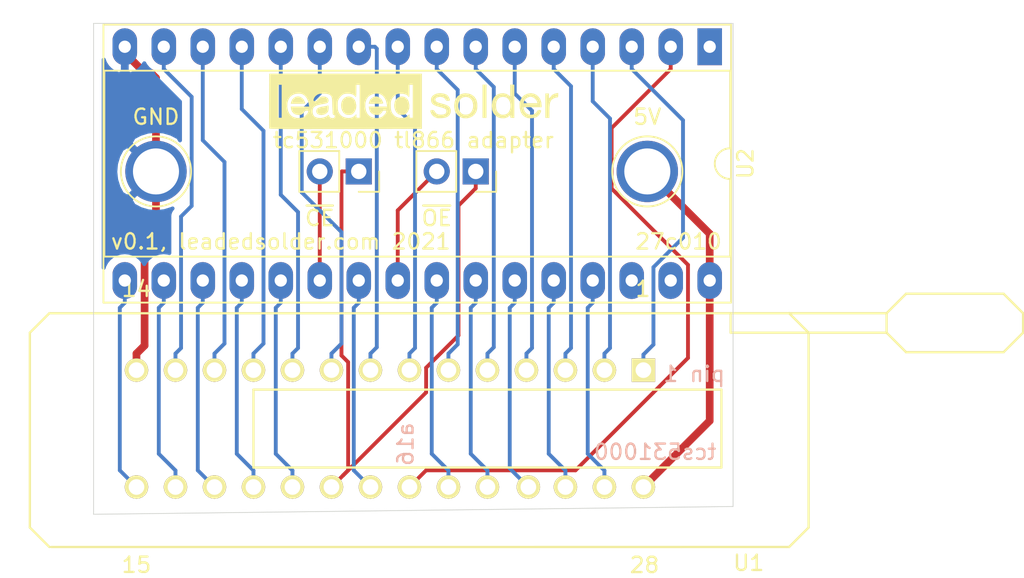
<source format=kicad_pcb>
(kicad_pcb (version 20171130) (host pcbnew "(5.1.5-0-10_14)")

  (general
    (thickness 1.6)
    (drawings 14)
    (tracks 160)
    (zones 0)
    (modules 7)
    (nets 33)
  )

  (page A4)
  (layers
    (0 F.Cu signal)
    (31 B.Cu signal)
    (32 B.Adhes user)
    (33 F.Adhes user)
    (34 B.Paste user)
    (35 F.Paste user)
    (36 B.SilkS user)
    (37 F.SilkS user)
    (38 B.Mask user)
    (39 F.Mask user)
    (40 Dwgs.User user)
    (41 Cmts.User user)
    (42 Eco1.User user)
    (43 Eco2.User user)
    (44 Edge.Cuts user)
    (45 Margin user)
    (46 B.CrtYd user)
    (47 F.CrtYd user)
    (48 B.Fab user)
    (49 F.Fab user hide)
  )

  (setup
    (last_trace_width 0.25)
    (user_trace_width 0.5)
    (trace_clearance 0.2)
    (zone_clearance 0.508)
    (zone_45_only no)
    (trace_min 0.2)
    (via_size 0.8)
    (via_drill 0.4)
    (via_min_size 0.4)
    (via_min_drill 0.3)
    (uvia_size 0.3)
    (uvia_drill 0.1)
    (uvias_allowed no)
    (uvia_min_size 0.2)
    (uvia_min_drill 0.1)
    (edge_width 0.05)
    (segment_width 0.2)
    (pcb_text_width 0.3)
    (pcb_text_size 1.5 1.5)
    (mod_edge_width 0.12)
    (mod_text_size 1 1)
    (mod_text_width 0.15)
    (pad_size 1.524 1.524)
    (pad_drill 0.762)
    (pad_to_mask_clearance 0.051)
    (solder_mask_min_width 0.25)
    (aux_axis_origin 0 0)
    (visible_elements FFFFFF7F)
    (pcbplotparams
      (layerselection 0x010fc_ffffffff)
      (usegerberextensions false)
      (usegerberattributes false)
      (usegerberadvancedattributes false)
      (creategerberjobfile false)
      (excludeedgelayer true)
      (linewidth 0.100000)
      (plotframeref false)
      (viasonmask false)
      (mode 1)
      (useauxorigin false)
      (hpglpennumber 1)
      (hpglpenspeed 20)
      (hpglpendiameter 15.000000)
      (psnegative false)
      (psa4output false)
      (plotreference true)
      (plotvalue true)
      (plotinvisibletext false)
      (padsonsilk false)
      (subtractmaskfromsilk false)
      (outputformat 1)
      (mirror false)
      (drillshape 0)
      (scaleselection 1)
      (outputdirectory "plot"))
  )

  (net 0 "")
  (net 1 "Net-(U1-Pad27)")
  (net 2 "Net-(U1-Pad26)")
  (net 3 "Net-(U1-Pad25)")
  (net 4 "Net-(U1-Pad24)")
  (net 5 "Net-(U1-Pad23)")
  (net 6 "Net-(U1-Pad21)")
  (net 7 "Net-(U1-Pad19)")
  (net 8 "Net-(U1-Pad18)")
  (net 9 "Net-(U1-Pad17)")
  (net 10 "Net-(U1-Pad16)")
  (net 11 "Net-(U1-Pad15)")
  (net 12 "Net-(U1-Pad13)")
  (net 13 "Net-(U1-Pad12)")
  (net 14 "Net-(U1-Pad11)")
  (net 15 "Net-(U1-Pad10)")
  (net 16 "Net-(U1-Pad9)")
  (net 17 "Net-(U1-Pad8)")
  (net 18 "Net-(U1-Pad7)")
  (net 19 "Net-(U1-Pad6)")
  (net 20 "Net-(U1-Pad5)")
  (net 21 "Net-(U1-Pad4)")
  (net 22 "Net-(U1-Pad3)")
  (net 23 "Net-(U1-Pad2)")
  (net 24 "Net-(U1-Pad1)")
  (net 25 "Net-(U2-Pad31)")
  (net 26 "Net-(U2-Pad1)")
  (net 27 /~CE)
  (net 28 /~OE)
  (net 29 /5V)
  (net 30 /GND)
  (net 31 /~TOSHIBA_CE)
  (net 32 /a16)

  (net_class Default "This is the default net class."
    (clearance 0.2)
    (trace_width 0.25)
    (via_dia 0.8)
    (via_drill 0.4)
    (uvia_dia 0.3)
    (uvia_drill 0.1)
    (add_net /5V)
    (add_net /GND)
    (add_net /a16)
    (add_net /~CE)
    (add_net /~OE)
    (add_net /~TOSHIBA_CE)
    (add_net "Net-(U1-Pad1)")
    (add_net "Net-(U1-Pad10)")
    (add_net "Net-(U1-Pad11)")
    (add_net "Net-(U1-Pad12)")
    (add_net "Net-(U1-Pad13)")
    (add_net "Net-(U1-Pad15)")
    (add_net "Net-(U1-Pad16)")
    (add_net "Net-(U1-Pad17)")
    (add_net "Net-(U1-Pad18)")
    (add_net "Net-(U1-Pad19)")
    (add_net "Net-(U1-Pad2)")
    (add_net "Net-(U1-Pad21)")
    (add_net "Net-(U1-Pad23)")
    (add_net "Net-(U1-Pad24)")
    (add_net "Net-(U1-Pad25)")
    (add_net "Net-(U1-Pad26)")
    (add_net "Net-(U1-Pad27)")
    (add_net "Net-(U1-Pad3)")
    (add_net "Net-(U1-Pad4)")
    (add_net "Net-(U1-Pad5)")
    (add_net "Net-(U1-Pad6)")
    (add_net "Net-(U1-Pad7)")
    (add_net "Net-(U1-Pad8)")
    (add_net "Net-(U1-Pad9)")
    (add_net "Net-(U2-Pad1)")
    (add_net "Net-(U2-Pad31)")
  )

  (module logos:leaded-solder-logo-800dpi (layer F.Cu) (tedit 0) (tstamp 60C39C1A)
    (at 127.508 48.26)
    (fp_text reference G*** (at 0 0) (layer F.SilkS) hide
      (effects (font (size 1.524 1.524) (thickness 0.3)))
    )
    (fp_text value LOGO (at 0.75 0) (layer F.SilkS) hide
      (effects (font (size 1.524 1.524) (thickness 0.3)))
    )
    (fp_poly (pts (xy -0.595964 -0.283693) (xy -0.467819 -0.212786) (xy -0.3641 -0.09772) (xy -0.302595 0.038388)
      (xy -0.259669 0.267766) (xy -0.274834 0.471938) (xy -0.348214 0.651619) (xy -0.425715 0.754014)
      (xy -0.498355 0.823514) (xy -0.569909 0.860152) (xy -0.669071 0.877011) (xy -0.701207 0.879645)
      (xy -0.859856 0.875971) (xy -0.966139 0.841929) (xy -1.084341 0.743984) (xy -1.172224 0.602555)
      (xy -1.225614 0.432025) (xy -1.240337 0.246777) (xy -1.212218 0.061194) (xy -1.20218 0.02855)
      (xy -1.123718 -0.12322) (xy -1.012412 -0.230204) (xy -0.879714 -0.292528) (xy -0.73708 -0.310316)
      (xy -0.595964 -0.283693)) (layer F.SilkS) (width 0.01))
    (fp_poly (pts (xy -2.300287 -0.289858) (xy -2.174974 -0.216582) (xy -2.07149 -0.112148) (xy -2.032003 -0.047631)
      (xy -1.993589 0.039432) (xy -1.971011 0.105512) (xy -1.9685 0.121149) (xy -1.988831 0.137052)
      (xy -2.053513 0.148269) (xy -2.168084 0.155246) (xy -2.338081 0.158433) (xy -2.432844 0.15875)
      (xy -2.897188 0.15875) (xy -2.877604 0.060827) (xy -2.818204 -0.088539) (xy -2.713205 -0.209134)
      (xy -2.576485 -0.289324) (xy -2.426281 -0.3175) (xy -2.300287 -0.289858)) (layer F.SilkS) (width 0.01))
    (fp_poly (pts (xy -4.056714 -0.283693) (xy -3.928569 -0.212786) (xy -3.82485 -0.09772) (xy -3.763345 0.038388)
      (xy -3.720419 0.267766) (xy -3.735584 0.471938) (xy -3.808964 0.651619) (xy -3.886465 0.754014)
      (xy -3.959105 0.823514) (xy -4.030659 0.860152) (xy -4.129821 0.877011) (xy -4.161957 0.879645)
      (xy -4.320606 0.875971) (xy -4.426889 0.841929) (xy -4.545091 0.743984) (xy -4.632974 0.602555)
      (xy -4.686364 0.432025) (xy -4.701087 0.246777) (xy -4.672968 0.061194) (xy -4.66293 0.02855)
      (xy -4.584468 -0.12322) (xy -4.473162 -0.230204) (xy -4.340464 -0.292528) (xy -4.19783 -0.310316)
      (xy -4.056714 -0.283693)) (layer F.SilkS) (width 0.01))
    (fp_poly (pts (xy -5.532366 0.290874) (xy -5.525593 0.352613) (xy -5.5245 0.439101) (xy -5.531614 0.566958)
      (xy -5.556866 0.65594) (xy -5.593331 0.71394) (xy -5.699493 0.806222) (xy -5.836306 0.866107)
      (xy -5.984697 0.890345) (xy -6.125592 0.875687) (xy -6.234594 0.823195) (xy -6.300571 0.74523)
      (xy -6.31825 0.64857) (xy -6.302533 0.550877) (xy -6.250906 0.474643) (xy -6.156655 0.415804)
      (xy -6.013068 0.370296) (xy -5.813431 0.334052) (xy -5.794375 0.331367) (xy -5.6901 0.312845)
      (xy -5.605809 0.290815) (xy -5.580063 0.280574) (xy -5.549108 0.270897) (xy -5.532366 0.290874)) (layer F.SilkS) (width 0.01))
    (fp_poly (pts (xy -7.380287 -0.289858) (xy -7.254974 -0.216582) (xy -7.15149 -0.112148) (xy -7.112003 -0.047631)
      (xy -7.073589 0.039432) (xy -7.051011 0.105512) (xy -7.0485 0.121149) (xy -7.068831 0.137052)
      (xy -7.133513 0.148269) (xy -7.248084 0.155246) (xy -7.418081 0.158433) (xy -7.512844 0.15875)
      (xy -7.977188 0.15875) (xy -7.957604 0.060827) (xy -7.898204 -0.088539) (xy -7.793205 -0.209134)
      (xy -7.656485 -0.289324) (xy -7.506281 -0.3175) (xy -7.380287 -0.289858)) (layer F.SilkS) (width 0.01))
    (fp_poly (pts (xy 9.42975 -0.394879) (xy 9.426391 -0.30753) (xy 9.409794 -0.266444) (xy 9.370176 -0.25448)
      (xy 9.349355 -0.254) (xy 9.219612 -0.22966) (xy 9.087727 -0.166439) (xy 8.99623 -0.091405)
      (xy 8.943108 -0.015782) (xy 8.904545 0.082786) (xy 8.878777 0.213905) (xy 8.864038 0.387181)
      (xy 8.858564 0.612219) (xy 8.858427 0.658812) (xy 8.85825 1.0795) (xy 8.60425 1.0795)
      (xy 8.60425 -0.508) (xy 8.8265 -0.508) (xy 8.8265 -0.34925) (xy 8.830782 -0.258768)
      (xy 8.841733 -0.201469) (xy 8.850312 -0.190894) (xy 8.880878 -0.215357) (xy 8.928393 -0.276029)
      (xy 8.945195 -0.301013) (xy 9.050821 -0.417359) (xy 9.1932 -0.490285) (xy 9.310687 -0.5174)
      (xy 9.42975 -0.535758) (xy 9.42975 -0.394879)) (layer F.SilkS) (width 0.01))
    (fp_poly (pts (xy 4.7625 1.0795) (xy 4.5085 1.0795) (xy 4.5085 -1.0795) (xy 4.7625 -1.0795)
      (xy 4.7625 1.0795)) (layer F.SilkS) (width 0.01))
    (fp_poly (pts (xy 7.841294 -0.496221) (xy 8.011615 -0.417286) (xy 8.154728 -0.292942) (xy 8.263521 -0.129128)
      (xy 8.330881 0.068216) (xy 8.35025 0.259762) (xy 8.35025 0.381) (xy 7.168433 0.381)
      (xy 7.190568 0.49899) (xy 7.249657 0.661318) (xy 7.356265 0.784642) (xy 7.44161 0.83746)
      (xy 7.599586 0.883145) (xy 7.756733 0.877183) (xy 7.898505 0.823638) (xy 8.010358 0.72657)
      (xy 8.047898 0.668154) (xy 8.096489 0.599293) (xy 8.162355 0.573699) (xy 8.20819 0.5715)
      (xy 8.285717 0.579549) (xy 8.316157 0.608877) (xy 8.3185 0.628783) (xy 8.295224 0.714554)
      (xy 8.235142 0.818194) (xy 8.152873 0.920323) (xy 8.063034 1.001558) (xy 8.015662 1.030322)
      (xy 7.896204 1.068947) (xy 7.745446 1.093295) (xy 7.590236 1.101117) (xy 7.457421 1.09016)
      (xy 7.417868 1.080432) (xy 7.232342 0.992313) (xy 7.091127 0.860434) (xy 6.993436 0.683584)
      (xy 6.938478 0.460548) (xy 6.926466 0.324555) (xy 6.92292 0.185023) (xy 6.926805 0.127)
      (xy 7.17122 0.127) (xy 8.087444 0.127) (xy 8.071396 0.043048) (xy 8.024932 -0.062837)
      (xy 7.937109 -0.161814) (xy 7.824733 -0.242577) (xy 7.704611 -0.293817) (xy 7.593551 -0.304228)
      (xy 7.564784 -0.297786) (xy 7.408467 -0.234051) (xy 7.301216 -0.15321) (xy 7.228695 -0.041643)
      (xy 7.192855 0.055562) (xy 7.17122 0.127) (xy 6.926805 0.127) (xy 6.929613 0.085071)
      (xy 6.950493 0.001093) (xy 6.989506 -0.090519) (xy 6.999202 -0.11055) (xy 7.103337 -0.279485)
      (xy 7.231347 -0.397971) (xy 7.397656 -0.47835) (xy 7.447482 -0.494104) (xy 7.650879 -0.523807)
      (xy 7.841294 -0.496221)) (layer F.SilkS) (width 0.01))
    (fp_poly (pts (xy 6.57225 1.0795) (xy 6.44525 1.0795) (xy 6.363865 1.075859) (xy 6.327689 1.055401)
      (xy 6.318481 1.003823) (xy 6.31825 0.97992) (xy 6.31825 0.88034) (xy 6.234955 0.963635)
      (xy 6.100461 1.055462) (xy 5.934177 1.102584) (xy 5.750633 1.103735) (xy 5.564359 1.057649)
      (xy 5.496851 1.027972) (xy 5.331281 0.914463) (xy 5.212914 0.761569) (xy 5.140918 0.567518)
      (xy 5.114461 0.33054) (xy 5.115363 0.285034) (xy 5.382421 0.285034) (xy 5.395695 0.476932)
      (xy 5.440998 0.6244) (xy 5.524359 0.740944) (xy 5.621466 0.820284) (xy 5.710249 0.868499)
      (xy 5.802095 0.884256) (xy 5.884052 0.880387) (xy 5.995745 0.858573) (xy 6.094863 0.820666)
      (xy 6.122177 0.804071) (xy 6.228159 0.690725) (xy 6.297477 0.542129) (xy 6.33058 0.372728)
      (xy 6.327917 0.196969) (xy 6.289936 0.029296) (xy 6.217086 -0.115846) (xy 6.109816 -0.224011)
      (xy 6.089844 -0.236711) (xy 5.970575 -0.280348) (xy 5.830144 -0.29332) (xy 5.69459 -0.275952)
      (xy 5.592541 -0.230533) (xy 5.486325 -0.127277) (xy 5.419714 0.000621) (xy 5.387459 0.166038)
      (xy 5.382421 0.285034) (xy 5.115363 0.285034) (xy 5.116678 0.218755) (xy 5.1512 -0.019574)
      (xy 5.227973 -0.210986) (xy 5.348107 -0.356935) (xy 5.512714 -0.458878) (xy 5.672403 -0.508717)
      (xy 5.877927 -0.522578) (xy 6.070861 -0.475561) (xy 6.215062 -0.392333) (xy 6.31825 -0.314269)
      (xy 6.31825 -1.0795) (xy 6.57225 -1.0795) (xy 6.57225 1.0795)) (layer F.SilkS) (width 0.01))
    (fp_poly (pts (xy 3.614277 -0.496137) (xy 3.806002 -0.420879) (xy 3.964065 -0.299852) (xy 4.080106 -0.138742)
      (xy 4.126431 -0.024054) (xy 4.158785 0.144905) (xy 4.165517 0.333827) (xy 4.147498 0.51673)
      (xy 4.105598 0.667633) (xy 4.103063 0.673487) (xy 3.993565 0.847314) (xy 3.842705 0.98063)
      (xy 3.66127 1.069156) (xy 3.460048 1.108612) (xy 3.249824 1.09472) (xy 3.127725 1.060423)
      (xy 2.976687 0.976573) (xy 2.841245 0.849964) (xy 2.741268 0.700879) (xy 2.715807 0.63993)
      (xy 2.690253 0.531207) (xy 2.672701 0.391938) (xy 2.669795 0.327362) (xy 2.925618 0.327362)
      (xy 2.954031 0.504963) (xy 3.021365 0.661673) (xy 3.124409 0.784663) (xy 3.219932 0.8456)
      (xy 3.346632 0.875877) (xy 3.491577 0.871049) (xy 3.624832 0.833875) (xy 3.678689 0.80332)
      (xy 3.744275 0.737747) (xy 3.81204 0.64344) (xy 3.836123 0.601391) (xy 3.887754 0.444518)
      (xy 3.90076 0.263194) (xy 3.876064 0.082653) (xy 3.814583 -0.071873) (xy 3.81139 -0.077126)
      (xy 3.704523 -0.196963) (xy 3.570529 -0.269484) (xy 3.422872 -0.295317) (xy 3.275018 -0.275091)
      (xy 3.140433 -0.209435) (xy 3.032582 -0.098976) (xy 2.998407 -0.039188) (xy 2.939339 0.141702)
      (xy 2.925618 0.327362) (xy 2.669795 0.327362) (xy 2.66731 0.272156) (xy 2.69275 0.033949)
      (xy 2.766204 -0.166366) (xy 2.884436 -0.325274) (xy 3.044208 -0.439263) (xy 3.242283 -0.50482)
      (xy 3.39725 -0.519942) (xy 3.614277 -0.496137)) (layer F.SilkS) (width 0.01))
    (fp_poly (pts (xy 1.892739 -0.512024) (xy 2.058388 -0.476794) (xy 2.175415 -0.425675) (xy 2.258334 -0.349541)
      (xy 2.319713 -0.243588) (xy 2.364612 -0.135663) (xy 2.375619 -0.071995) (xy 2.3495 -0.04123)
      (xy 2.283018 -0.032017) (xy 2.259346 -0.03175) (xy 2.171472 -0.040457) (xy 2.122061 -0.074342)
      (xy 2.102042 -0.109446) (xy 2.02147 -0.213244) (xy 1.895307 -0.274982) (xy 1.74625 -0.293077)
      (xy 1.600577 -0.276556) (xy 1.494686 -0.230167) (xy 1.436956 -0.158672) (xy 1.42875 -0.112661)
      (xy 1.44853 -0.029553) (xy 1.512989 0.035598) (xy 1.629805 0.089102) (xy 1.700571 0.110804)
      (xy 1.838849 0.149205) (xy 1.989135 0.190951) (xy 2.048603 0.207473) (xy 2.225072 0.275309)
      (xy 2.34579 0.367428) (xy 2.415358 0.488369) (xy 2.435783 0.58926) (xy 2.422573 0.754006)
      (xy 2.352218 0.893279) (xy 2.227783 1.001784) (xy 2.182807 1.026354) (xy 2.078519 1.060611)
      (xy 1.937277 1.085648) (xy 1.782826 1.099461) (xy 1.63891 1.100047) (xy 1.529276 1.085403)
      (xy 1.519003 1.082349) (xy 1.341384 0.99783) (xy 1.21536 0.877393) (xy 1.174075 0.808231)
      (xy 1.124557 0.693178) (xy 1.112823 0.621589) (xy 1.141042 0.584352) (xy 1.211386 0.57236)
      (xy 1.230312 0.572187) (xy 1.314965 0.580945) (xy 1.36479 0.617406) (xy 1.397 0.675374)
      (xy 1.482558 0.788546) (xy 1.611954 0.857459) (xy 1.782252 0.880809) (xy 1.851783 0.87791)
      (xy 2.002997 0.852387) (xy 2.100188 0.802082) (xy 2.149563 0.722322) (xy 2.159 0.646686)
      (xy 2.151016 0.580048) (xy 2.121008 0.527177) (xy 2.059886 0.48231) (xy 1.958561 0.439688)
      (xy 1.807947 0.393547) (xy 1.723446 0.370573) (xy 1.529406 0.314382) (xy 1.388262 0.260809)
      (xy 1.289998 0.203861) (xy 1.224596 0.137545) (xy 1.182041 0.055868) (xy 1.177763 0.044091)
      (xy 1.152592 -0.107883) (xy 1.183337 -0.243895) (xy 1.263332 -0.358763) (xy 1.385915 -0.447303)
      (xy 1.544422 -0.504332) (xy 1.732189 -0.524667) (xy 1.892739 -0.512024)) (layer F.SilkS) (width 0.01))
    (fp_poly (pts (xy 0.555625 1.793875) (xy -4.406271 1.801911) (xy -5.086347 1.802922) (xy -5.705436 1.803639)
      (xy -6.266055 1.804046) (xy -6.770715 1.804128) (xy -7.221931 1.803867) (xy -7.622217 1.803249)
      (xy -7.974088 1.802257) (xy -8.280055 1.800875) (xy -8.542635 1.799087) (xy -8.764339 1.796877)
      (xy -8.947683 1.794229) (xy -9.09518 1.791126) (xy -9.209344 1.787554) (xy -9.292689 1.783495)
      (xy -9.347728 1.778935) (xy -9.376976 1.773856) (xy -9.383393 1.770161) (xy -9.386088 1.731789)
      (xy -9.388339 1.635796) (xy -9.390124 1.488062) (xy -9.391419 1.294465) (xy -9.392202 1.060884)
      (xy -9.392449 0.793197) (xy -9.392139 0.497284) (xy -9.391248 0.179022) (xy -9.390372 -0.03175)
      (xy -9.385469 -1.0795) (xy -8.79475 -1.0795) (xy -8.79475 1.0795) (xy -8.5725 1.0795)
      (xy -8.5725 0.34052) (xy -8.217501 0.34052) (xy -8.216307 0.361284) (xy -8.175906 0.597676)
      (xy -8.090328 0.791782) (xy -7.962735 0.940757) (xy -7.796286 1.041758) (xy -7.594141 1.091943)
      (xy -7.402953 1.093092) (xy -7.28723 1.075821) (xy -7.183813 1.048567) (xy -7.145729 1.032898)
      (xy -7.078645 0.98645) (xy -7.000761 0.916414) (xy -6.92769 0.839131) (xy -6.875042 0.77094)
      (xy -6.858 0.731741) (xy -6.855618 0.719843) (xy -6.568325 0.719843) (xy -6.535575 0.856837)
      (xy -6.470603 0.967486) (xy -6.405234 1.020937) (xy -6.240084 1.078599) (xy -6.050084 1.094212)
      (xy -5.857751 1.068019) (xy -5.709962 1.013429) (xy -5.631262 0.968307) (xy -5.579319 0.929411)
      (xy -5.572406 0.921203) (xy -5.532966 0.889842) (xy -5.49953 0.916033) (xy -5.487021 0.96014)
      (xy -5.44805 1.030993) (xy -5.367054 1.08123) (xy -5.264592 1.100981) (xy -5.20587 1.095126)
      (xy -5.137489 1.068686) (xy -5.113334 1.016799) (xy -5.11175 0.983935) (xy -5.124518 0.913955)
      (xy -5.171615 0.885266) (xy -5.183188 0.88327) (xy -5.208902 0.877636) (xy -5.227876 0.863188)
      (xy -5.241479 0.831018) (xy -5.251084 0.772219) (xy -5.258061 0.677884) (xy -5.263782 0.539106)
      (xy -5.269616 0.346978) (xy -5.2705 0.316003) (xy -5.271493 0.28575) (xy -4.937038 0.28575)
      (xy -4.928207 0.48707) (xy -4.897839 0.643483) (xy -4.839919 0.771656) (xy -4.748432 0.888254)
      (xy -4.703374 0.933223) (xy -4.572027 1.019763) (xy -4.40578 1.074778) (xy -4.226534 1.09513)
      (xy -4.056191 1.077682) (xy -3.952875 1.040736) (xy -3.886469 0.996937) (xy -3.809411 0.933569)
      (xy -3.802063 0.926805) (xy -3.71475 0.845369) (xy -3.71475 0.962434) (xy -3.710504 1.039517)
      (xy -3.685724 1.072172) (xy -3.622354 1.079423) (xy -3.603625 1.0795) (xy -3.4925 1.0795)
      (xy -3.4925 0.34052) (xy -3.137501 0.34052) (xy -3.136307 0.361284) (xy -3.095906 0.597676)
      (xy -3.010328 0.791782) (xy -2.882735 0.940757) (xy -2.716286 1.041758) (xy -2.514141 1.091943)
      (xy -2.322953 1.093092) (xy -2.20723 1.075821) (xy -2.103813 1.048567) (xy -2.065729 1.032898)
      (xy -1.998645 0.98645) (xy -1.920761 0.916414) (xy -1.84769 0.839131) (xy -1.795042 0.77094)
      (xy -1.778 0.731741) (xy -1.767571 0.679662) (xy -1.758729 0.653471) (xy -1.757946 0.620921)
      (xy -1.797327 0.606162) (xy -1.867714 0.60325) (xy -1.957642 0.611062) (xy -2.003334 0.639506)
      (xy -2.015683 0.665355) (xy -2.0523 0.726026) (xy -2.117256 0.795861) (xy -2.131384 0.80823)
      (xy -2.211908 0.861394) (xy -2.304417 0.885025) (xy -2.391624 0.888881) (xy -2.572897 0.862718)
      (xy -2.717164 0.78706) (xy -2.81989 0.665727) (xy -2.876539 0.502535) (xy -2.880415 0.477459)
      (xy -2.897611 0.34925) (xy -1.70632 0.34925) (xy -1.714401 0.28575) (xy -1.476288 0.28575)
      (xy -1.467457 0.48707) (xy -1.437089 0.643483) (xy -1.379169 0.771656) (xy -1.287682 0.888254)
      (xy -1.242624 0.933223) (xy -1.111277 1.019763) (xy -0.94503 1.074778) (xy -0.765784 1.09513)
      (xy -0.595441 1.077682) (xy -0.492125 1.040736) (xy -0.425719 0.996937) (xy -0.348661 0.933569)
      (xy -0.341313 0.926805) (xy -0.254 0.845369) (xy -0.254 0.962434) (xy -0.249754 1.039517)
      (xy -0.224974 1.072172) (xy -0.161604 1.079423) (xy -0.142875 1.0795) (xy -0.03175 1.0795)
      (xy -0.03175 -1.0795) (xy -0.254 -1.0795) (xy -0.254 -0.682625) (xy -0.25653 -0.497825)
      (xy -0.26477 -0.372844) (xy -0.279698 -0.304176) (xy -0.302291 -0.288317) (xy -0.333529 -0.321761)
      (xy -0.347771 -0.346486) (xy -0.415486 -0.413123) (xy -0.53072 -0.464546) (xy -0.678402 -0.49626)
      (xy -0.843462 -0.50377) (xy -0.870565 -0.50242) (xy -0.998441 -0.488971) (xy -1.08937 -0.462466)
      (xy -1.169764 -0.41403) (xy -1.197382 -0.392608) (xy -1.289353 -0.302078) (xy -1.374739 -0.191885)
      (xy -1.397 -0.155912) (xy -1.435454 -0.080054) (xy -1.459174 -0.005546) (xy -1.471552 0.086508)
      (xy -1.475982 0.215007) (xy -1.476288 0.28575) (xy -1.714401 0.28575) (xy -1.727535 0.182562)
      (xy -1.778 -0.032178) (xy -1.86756 -0.218492) (xy -1.98929 -0.363836) (xy -2.057973 -0.415911)
      (xy -2.156281 -0.470447) (xy -2.248984 -0.498373) (xy -2.366232 -0.507657) (xy -2.406481 -0.508)
      (xy -2.625508 -0.480864) (xy -2.81045 -0.402307) (xy -2.957714 -0.27661) (xy -3.063706 -0.108053)
      (xy -3.124833 0.099084) (xy -3.137501 0.34052) (xy -3.4925 0.34052) (xy -3.4925 -1.0795)
      (xy -3.71475 -1.0795) (xy -3.71475 -0.682625) (xy -3.71728 -0.497825) (xy -3.72552 -0.372844)
      (xy -3.740448 -0.304176) (xy -3.763041 -0.288317) (xy -3.794279 -0.321761) (xy -3.808521 -0.346486)
      (xy -3.876236 -0.413123) (xy -3.99147 -0.464546) (xy -4.139152 -0.49626) (xy -4.304212 -0.50377)
      (xy -4.331315 -0.50242) (xy -4.459191 -0.488971) (xy -4.55012 -0.462466) (xy -4.630514 -0.41403)
      (xy -4.658132 -0.392608) (xy -4.750103 -0.302078) (xy -4.835489 -0.191885) (xy -4.85775 -0.155912)
      (xy -4.896204 -0.080054) (xy -4.919924 -0.005546) (xy -4.932302 0.086508) (xy -4.936732 0.215007)
      (xy -4.937038 0.28575) (xy -5.271493 0.28575) (xy -5.277365 0.107024) (xy -5.285094 -0.04842)
      (xy -5.294828 -0.160295) (xy -5.307709 -0.238566) (xy -5.324877 -0.293197) (xy -5.344408 -0.329586)
      (xy -5.427414 -0.415891) (xy -5.547858 -0.472423) (xy -5.713818 -0.501935) (xy -5.867737 -0.508)
      (xy -6.016752 -0.503393) (xy -6.126011 -0.486674) (xy -6.218779 -0.453495) (xy -6.25435 -0.435772)
      (xy -6.372656 -0.347692) (xy -6.460932 -0.232515) (xy -6.505768 -0.10942) (xy -6.50875 -0.071933)
      (xy -6.498216 -0.022007) (xy -6.454445 -0.002397) (xy -6.403355 0) (xy -6.32526 -0.010448)
      (xy -6.277537 -0.053991) (xy -6.252543 -0.103188) (xy -6.182035 -0.2011) (xy -6.079552 -0.267407)
      (xy -5.958161 -0.302879) (xy -5.830933 -0.308288) (xy -5.710934 -0.284404) (xy -5.611233 -0.231998)
      (xy -5.544899 -0.151842) (xy -5.5245 -0.060234) (xy -5.54108 0.022706) (xy -5.571799 0.074512)
      (xy -5.59922 0.097985) (xy -5.635681 0.116773) (xy -5.69321 0.13417) (xy -5.783837 0.153468)
      (xy -5.919593 0.17796) (xy -6.00075 0.191918) (xy -6.227627 0.244856) (xy -6.39399 0.315784)
      (xy -6.49965 0.404613) (xy -6.522371 0.44014) (xy -6.565156 0.574834) (xy -6.568325 0.719843)
      (xy -6.855618 0.719843) (xy -6.847571 0.679662) (xy -6.838729 0.653471) (xy -6.837946 0.620921)
      (xy -6.877327 0.606162) (xy -6.947714 0.60325) (xy -7.037642 0.611062) (xy -7.083334 0.639506)
      (xy -7.095683 0.665355) (xy -7.1323 0.726026) (xy -7.197256 0.795861) (xy -7.211384 0.80823)
      (xy -7.291908 0.861394) (xy -7.384417 0.885025) (xy -7.471624 0.888881) (xy -7.652897 0.862718)
      (xy -7.797164 0.78706) (xy -7.89989 0.665727) (xy -7.956539 0.502535) (xy -7.960415 0.477459)
      (xy -7.977611 0.34925) (xy -6.78632 0.34925) (xy -6.807535 0.182562) (xy -6.858 -0.032178)
      (xy -6.94756 -0.218492) (xy -7.06929 -0.363836) (xy -7.137973 -0.415911) (xy -7.236281 -0.470447)
      (xy -7.328984 -0.498373) (xy -7.446232 -0.507657) (xy -7.486481 -0.508) (xy -7.705508 -0.480864)
      (xy -7.89045 -0.402307) (xy -8.037714 -0.27661) (xy -8.143706 -0.108053) (xy -8.204833 0.099084)
      (xy -8.217501 0.34052) (xy -8.5725 0.34052) (xy -8.5725 -1.0795) (xy -8.79475 -1.0795)
      (xy -9.385469 -1.0795) (xy -9.382125 -1.793875) (xy 0.555625 -1.793875) (xy 0.555625 1.793875)) (layer F.SilkS) (width 0.01))
  )

  (module Package_DIP:DIP-32_W15.24mm_Socket_LongPads (layer F.Cu) (tedit 5A02E8C5) (tstamp 60C396C7)
    (at 146.812 44.704 270)
    (descr "32-lead though-hole mounted DIP package, row spacing 15.24 mm (600 mils), Socket, LongPads")
    (tags "THT DIP DIL PDIP 2.54mm 15.24mm 600mil Socket LongPads")
    (path /60C512CF)
    (fp_text reference U2 (at 7.62 -2.33 90) (layer F.SilkS)
      (effects (font (size 1 1) (thickness 0.15)))
    )
    (fp_text value 27C010 (at 7.62 40.43 90) (layer F.Fab)
      (effects (font (size 1 1) (thickness 0.15)))
    )
    (fp_text user %R (at 7.62 19.05 90) (layer F.Fab)
      (effects (font (size 1 1) (thickness 0.15)))
    )
    (fp_line (start 16.8 -1.6) (end -1.55 -1.6) (layer F.CrtYd) (width 0.05))
    (fp_line (start 16.8 39.7) (end 16.8 -1.6) (layer F.CrtYd) (width 0.05))
    (fp_line (start -1.55 39.7) (end 16.8 39.7) (layer F.CrtYd) (width 0.05))
    (fp_line (start -1.55 -1.6) (end -1.55 39.7) (layer F.CrtYd) (width 0.05))
    (fp_line (start 16.68 -1.39) (end -1.44 -1.39) (layer F.SilkS) (width 0.12))
    (fp_line (start 16.68 39.49) (end 16.68 -1.39) (layer F.SilkS) (width 0.12))
    (fp_line (start -1.44 39.49) (end 16.68 39.49) (layer F.SilkS) (width 0.12))
    (fp_line (start -1.44 -1.39) (end -1.44 39.49) (layer F.SilkS) (width 0.12))
    (fp_line (start 13.68 -1.33) (end 8.62 -1.33) (layer F.SilkS) (width 0.12))
    (fp_line (start 13.68 39.43) (end 13.68 -1.33) (layer F.SilkS) (width 0.12))
    (fp_line (start 1.56 39.43) (end 13.68 39.43) (layer F.SilkS) (width 0.12))
    (fp_line (start 1.56 -1.33) (end 1.56 39.43) (layer F.SilkS) (width 0.12))
    (fp_line (start 6.62 -1.33) (end 1.56 -1.33) (layer F.SilkS) (width 0.12))
    (fp_line (start 16.51 -1.33) (end -1.27 -1.33) (layer F.Fab) (width 0.1))
    (fp_line (start 16.51 39.43) (end 16.51 -1.33) (layer F.Fab) (width 0.1))
    (fp_line (start -1.27 39.43) (end 16.51 39.43) (layer F.Fab) (width 0.1))
    (fp_line (start -1.27 -1.33) (end -1.27 39.43) (layer F.Fab) (width 0.1))
    (fp_line (start 0.255 -0.27) (end 1.255 -1.27) (layer F.Fab) (width 0.1))
    (fp_line (start 0.255 39.37) (end 0.255 -0.27) (layer F.Fab) (width 0.1))
    (fp_line (start 14.985 39.37) (end 0.255 39.37) (layer F.Fab) (width 0.1))
    (fp_line (start 14.985 -1.27) (end 14.985 39.37) (layer F.Fab) (width 0.1))
    (fp_line (start 1.255 -1.27) (end 14.985 -1.27) (layer F.Fab) (width 0.1))
    (fp_arc (start 7.62 -1.33) (end 6.62 -1.33) (angle -180) (layer F.SilkS) (width 0.12))
    (pad 32 thru_hole oval (at 15.24 0 270) (size 2.4 1.6) (drill 0.8) (layers *.Cu *.Mask)
      (net 29 /5V))
    (pad 16 thru_hole oval (at 0 38.1 270) (size 2.4 1.6) (drill 0.8) (layers *.Cu *.Mask)
      (net 30 /GND))
    (pad 31 thru_hole oval (at 15.24 2.54 270) (size 2.4 1.6) (drill 0.8) (layers *.Cu *.Mask)
      (net 25 "Net-(U2-Pad31)"))
    (pad 15 thru_hole oval (at 0 35.56 270) (size 2.4 1.6) (drill 0.8) (layers *.Cu *.Mask)
      (net 12 "Net-(U1-Pad13)"))
    (pad 30 thru_hole oval (at 15.24 5.08 270) (size 2.4 1.6) (drill 0.8) (layers *.Cu *.Mask))
    (pad 14 thru_hole oval (at 0 33.02 270) (size 2.4 1.6) (drill 0.8) (layers *.Cu *.Mask)
      (net 13 "Net-(U1-Pad12)"))
    (pad 29 thru_hole oval (at 15.24 7.62 270) (size 2.4 1.6) (drill 0.8) (layers *.Cu *.Mask)
      (net 1 "Net-(U1-Pad27)"))
    (pad 13 thru_hole oval (at 0 30.48 270) (size 2.4 1.6) (drill 0.8) (layers *.Cu *.Mask)
      (net 14 "Net-(U1-Pad11)"))
    (pad 28 thru_hole oval (at 15.24 10.16 270) (size 2.4 1.6) (drill 0.8) (layers *.Cu *.Mask)
      (net 2 "Net-(U1-Pad26)"))
    (pad 12 thru_hole oval (at 0 27.94 270) (size 2.4 1.6) (drill 0.8) (layers *.Cu *.Mask)
      (net 15 "Net-(U1-Pad10)"))
    (pad 27 thru_hole oval (at 15.24 12.7 270) (size 2.4 1.6) (drill 0.8) (layers *.Cu *.Mask)
      (net 3 "Net-(U1-Pad25)"))
    (pad 11 thru_hole oval (at 0 25.4 270) (size 2.4 1.6) (drill 0.8) (layers *.Cu *.Mask)
      (net 16 "Net-(U1-Pad9)"))
    (pad 26 thru_hole oval (at 15.24 15.24 270) (size 2.4 1.6) (drill 0.8) (layers *.Cu *.Mask)
      (net 4 "Net-(U1-Pad24)"))
    (pad 10 thru_hole oval (at 0 22.86 270) (size 2.4 1.6) (drill 0.8) (layers *.Cu *.Mask)
      (net 17 "Net-(U1-Pad8)"))
    (pad 25 thru_hole oval (at 15.24 17.78 270) (size 2.4 1.6) (drill 0.8) (layers *.Cu *.Mask)
      (net 5 "Net-(U1-Pad23)"))
    (pad 9 thru_hole oval (at 0 20.32 270) (size 2.4 1.6) (drill 0.8) (layers *.Cu *.Mask)
      (net 18 "Net-(U1-Pad7)"))
    (pad 24 thru_hole oval (at 15.24 20.32 270) (size 2.4 1.6) (drill 0.8) (layers *.Cu *.Mask)
      (net 28 /~OE))
    (pad 8 thru_hole oval (at 0 17.78 270) (size 2.4 1.6) (drill 0.8) (layers *.Cu *.Mask)
      (net 19 "Net-(U1-Pad6)"))
    (pad 23 thru_hole oval (at 15.24 22.86 270) (size 2.4 1.6) (drill 0.8) (layers *.Cu *.Mask)
      (net 6 "Net-(U1-Pad21)"))
    (pad 7 thru_hole oval (at 0 15.24 270) (size 2.4 1.6) (drill 0.8) (layers *.Cu *.Mask)
      (net 20 "Net-(U1-Pad5)"))
    (pad 22 thru_hole oval (at 15.24 25.4 270) (size 2.4 1.6) (drill 0.8) (layers *.Cu *.Mask)
      (net 27 /~CE))
    (pad 6 thru_hole oval (at 0 12.7 270) (size 2.4 1.6) (drill 0.8) (layers *.Cu *.Mask)
      (net 21 "Net-(U1-Pad4)"))
    (pad 21 thru_hole oval (at 15.24 27.94 270) (size 2.4 1.6) (drill 0.8) (layers *.Cu *.Mask)
      (net 7 "Net-(U1-Pad19)"))
    (pad 5 thru_hole oval (at 0 10.16 270) (size 2.4 1.6) (drill 0.8) (layers *.Cu *.Mask)
      (net 22 "Net-(U1-Pad3)"))
    (pad 20 thru_hole oval (at 15.24 30.48 270) (size 2.4 1.6) (drill 0.8) (layers *.Cu *.Mask)
      (net 8 "Net-(U1-Pad18)"))
    (pad 4 thru_hole oval (at 0 7.62 270) (size 2.4 1.6) (drill 0.8) (layers *.Cu *.Mask)
      (net 23 "Net-(U1-Pad2)"))
    (pad 19 thru_hole oval (at 15.24 33.02 270) (size 2.4 1.6) (drill 0.8) (layers *.Cu *.Mask)
      (net 9 "Net-(U1-Pad17)"))
    (pad 3 thru_hole oval (at 0 5.08 270) (size 2.4 1.6) (drill 0.8) (layers *.Cu *.Mask)
      (net 24 "Net-(U1-Pad1)"))
    (pad 18 thru_hole oval (at 15.24 35.56 270) (size 2.4 1.6) (drill 0.8) (layers *.Cu *.Mask)
      (net 10 "Net-(U1-Pad16)"))
    (pad 2 thru_hole oval (at 0 2.54 270) (size 2.4 1.6) (drill 0.8) (layers *.Cu *.Mask)
      (net 32 /a16))
    (pad 17 thru_hole oval (at 15.24 38.1 270) (size 2.4 1.6) (drill 0.8) (layers *.Cu *.Mask)
      (net 11 "Net-(U1-Pad15)"))
    (pad 1 thru_hole rect (at 0 0 270) (size 2.4 1.6) (drill 0.8) (layers *.Cu *.Mask)
      (net 26 "Net-(U2-Pad1)"))
    (model ${KISYS3DMOD}/Package_DIP.3dshapes/DIP-32_W15.24mm_Socket.wrl
      (at (xyz 0 0 0))
      (scale (xyz 1 1 1))
      (rotate (xyz 0 0 0))
    )
  )

  (module "kicad_zif socket:228-3341" (layer F.Cu) (tedit 573677EA) (tstamp 60C3968B)
    (at 131.064 69.596 180)
    (descr "Support Dil TEXTOOL 28 pins, pads ronds, e=300 mils")
    (tags DEV)
    (path /60C5014A)
    (fp_text reference U1 (at -18.288 -8.763 180) (layer F.SilkS)
      (effects (font (size 1 1) (thickness 0.15)))
    )
    (fp_text value TC531000 (at 6.35 1.27) (layer F.Fab)
      (effects (font (size 1 1) (thickness 0.15)))
    )
    (fp_line (start -22.19 -6.45) (end -20.92 -7.72) (layer F.SilkS) (width 0.15))
    (fp_line (start -22.19 6.25) (end -22.19 -6.45) (layer F.SilkS) (width 0.15))
    (fp_line (start -20.92 7.52) (end -22.19 6.25) (layer F.SilkS) (width 0.15))
    (fp_line (start 27.2542 7.5184) (end -20.92 7.52) (layer F.SilkS) (width 0.15))
    (fp_line (start 28.5338 6.25) (end 27.2638 7.52) (layer F.SilkS) (width 0.15))
    (fp_line (start 28.5338 -6.45) (end 28.5338 6.25) (layer F.SilkS) (width 0.15))
    (fp_line (start 27.2638 -7.72) (end 28.5338 -6.45) (layer F.SilkS) (width 0.15))
    (fp_line (start -20.92 -7.72) (end 27.1526 -7.7216) (layer F.SilkS) (width 0.15))
    (fp_line (start -34.89 4.98) (end -36.16 6.25) (layer F.SilkS) (width 0.15))
    (fp_line (start -28.54 4.98) (end -34.89 4.98) (layer F.SilkS) (width 0.15))
    (fp_line (start -27.27 6.25) (end -28.54 4.98) (layer F.SilkS) (width 0.15))
    (fp_line (start -16.51 -2.54) (end -16.51 2.54) (layer F.SilkS) (width 0.15))
    (fp_line (start 13.97 -2.54) (end -16.51 -2.54) (layer F.SilkS) (width 0.15))
    (fp_line (start 13.97 2.54) (end 13.97 -2.54) (layer F.SilkS) (width 0.15))
    (fp_line (start -16.51 2.54) (end 13.97 2.54) (layer F.SilkS) (width 0.15))
    (fp_line (start -27.27 7.52) (end -20.92 7.52) (layer F.SilkS) (width 0.15))
    (fp_line (start -27.27 6.25) (end -17.11 6.25) (layer F.SilkS) (width 0.15))
    (fp_line (start -27.27 7.52) (end -27.27 6.25) (layer F.SilkS) (width 0.15))
    (fp_line (start -28.54 8.79) (end -27.27 7.52) (layer F.SilkS) (width 0.15))
    (fp_line (start -34.89 8.79) (end -28.54 8.79) (layer F.SilkS) (width 0.15))
    (fp_line (start -36.16 7.52) (end -34.89 8.79) (layer F.SilkS) (width 0.15))
    (fp_line (start -36.16 6.25) (end -36.16 7.52) (layer F.SilkS) (width 0.15))
    (fp_line (start -17.11 6.25) (end -17.11 7.52) (layer F.SilkS) (width 0.15))
    (fp_text user 1 (at -11.4 9.1) (layer F.SilkS)
      (effects (font (size 1 1) (thickness 0.15)))
    )
    (fp_text user 14 (at 21.59 9.1) (layer F.SilkS)
      (effects (font (size 1 1) (thickness 0.15)))
    )
    (fp_text user 15 (at 21.59 -8.89) (layer F.SilkS)
      (effects (font (size 1 1) (thickness 0.15)))
    )
    (fp_text user 28 (at -11.5 -8.9) (layer F.SilkS)
      (effects (font (size 1 1) (thickness 0.15)))
    )
    (pad 28 thru_hole circle (at -11.43 -3.81 180) (size 1.524 1.524) (drill 1.016) (layers *.Cu *.Mask F.SilkS)
      (net 29 /5V))
    (pad 27 thru_hole circle (at -8.89 -3.81 180) (size 1.524 1.524) (drill 1.016) (layers *.Cu *.Mask F.SilkS)
      (net 1 "Net-(U1-Pad27)"))
    (pad 26 thru_hole circle (at -6.35 -3.81 180) (size 1.524 1.524) (drill 1.016) (layers *.Cu *.Mask F.SilkS)
      (net 2 "Net-(U1-Pad26)"))
    (pad 25 thru_hole circle (at -3.937 -3.81 180) (size 1.524 1.524) (drill 1.016) (layers *.Cu *.Mask F.SilkS)
      (net 3 "Net-(U1-Pad25)"))
    (pad 24 thru_hole circle (at -1.27 -3.81 180) (size 1.524 1.524) (drill 1.016) (layers *.Cu *.Mask F.SilkS)
      (net 4 "Net-(U1-Pad24)"))
    (pad 23 thru_hole circle (at 1.27 -3.81 180) (size 1.524 1.524) (drill 1.016) (layers *.Cu *.Mask F.SilkS)
      (net 5 "Net-(U1-Pad23)"))
    (pad 22 thru_hole circle (at 3.81 -3.81 180) (size 1.524 1.524) (drill 1.016) (layers *.Cu *.Mask F.SilkS)
      (net 32 /a16))
    (pad 21 thru_hole circle (at 6.35 -3.81 180) (size 1.524 1.524) (drill 1.016) (layers *.Cu *.Mask F.SilkS)
      (net 6 "Net-(U1-Pad21)"))
    (pad 20 thru_hole circle (at 8.89 -3.81 180) (size 1.524 1.524) (drill 1.016) (layers *.Cu *.Mask F.SilkS)
      (net 31 /~TOSHIBA_CE))
    (pad 19 thru_hole circle (at 11.43 -3.81 180) (size 1.524 1.524) (drill 1.016) (layers *.Cu *.Mask F.SilkS)
      (net 7 "Net-(U1-Pad19)"))
    (pad 18 thru_hole circle (at 13.97 -3.81 180) (size 1.524 1.524) (drill 1.016) (layers *.Cu *.Mask F.SilkS)
      (net 8 "Net-(U1-Pad18)"))
    (pad 17 thru_hole circle (at 16.51 -3.81 180) (size 1.524 1.524) (drill 1.016) (layers *.Cu *.Mask F.SilkS)
      (net 9 "Net-(U1-Pad17)"))
    (pad 16 thru_hole circle (at 19.05 -3.81 180) (size 1.524 1.524) (drill 1.016) (layers *.Cu *.Mask F.SilkS)
      (net 10 "Net-(U1-Pad16)"))
    (pad 15 thru_hole circle (at 21.59 -3.81 180) (size 1.524 1.524) (drill 1.016) (layers *.Cu *.Mask F.SilkS)
      (net 11 "Net-(U1-Pad15)"))
    (pad 14 thru_hole circle (at 21.59 3.81 180) (size 1.524 1.524) (drill 1.016) (layers *.Cu *.Mask F.SilkS)
      (net 30 /GND))
    (pad 13 thru_hole circle (at 19.05 3.81 180) (size 1.524 1.524) (drill 1.016) (layers *.Cu *.Mask F.SilkS)
      (net 12 "Net-(U1-Pad13)"))
    (pad 12 thru_hole circle (at 16.51 3.81 180) (size 1.524 1.524) (drill 1.016) (layers *.Cu *.Mask F.SilkS)
      (net 13 "Net-(U1-Pad12)"))
    (pad 11 thru_hole circle (at 13.97 3.81 180) (size 1.524 1.524) (drill 1.016) (layers *.Cu *.Mask F.SilkS)
      (net 14 "Net-(U1-Pad11)"))
    (pad 10 thru_hole circle (at 11.43 3.81 180) (size 1.524 1.524) (drill 1.016) (layers *.Cu *.Mask F.SilkS)
      (net 15 "Net-(U1-Pad10)"))
    (pad 9 thru_hole circle (at 8.89 3.81 180) (size 1.524 1.524) (drill 1.016) (layers *.Cu *.Mask F.SilkS)
      (net 16 "Net-(U1-Pad9)"))
    (pad 8 thru_hole circle (at 6.35 3.81 180) (size 1.524 1.524) (drill 1.016) (layers *.Cu *.Mask F.SilkS)
      (net 17 "Net-(U1-Pad8)"))
    (pad 7 thru_hole circle (at 3.81 3.81 180) (size 1.524 1.524) (drill 1.016) (layers *.Cu *.Mask F.SilkS)
      (net 18 "Net-(U1-Pad7)"))
    (pad 6 thru_hole circle (at 1.27 3.81 180) (size 1.524 1.524) (drill 1.016) (layers *.Cu *.Mask F.SilkS)
      (net 19 "Net-(U1-Pad6)"))
    (pad 5 thru_hole circle (at -1.27 3.81 180) (size 1.524 1.524) (drill 1.016) (layers *.Cu *.Mask F.SilkS)
      (net 20 "Net-(U1-Pad5)"))
    (pad 4 thru_hole circle (at -3.81 3.81 180) (size 1.524 1.524) (drill 1.016) (layers *.Cu *.Mask F.SilkS)
      (net 21 "Net-(U1-Pad4)"))
    (pad 3 thru_hole circle (at -6.35 3.81 180) (size 1.524 1.524) (drill 1.016) (layers *.Cu *.Mask F.SilkS)
      (net 22 "Net-(U1-Pad3)"))
    (pad 2 thru_hole circle (at -8.89 3.81 180) (size 1.524 1.524) (drill 1.016) (layers *.Cu *.Mask F.SilkS)
      (net 23 "Net-(U1-Pad2)"))
    (pad 1 thru_hole rect (at -11.43 3.81 180) (size 1.524 1.524) (drill 1.016) (layers *.Cu *.Mask F.SilkS)
      (net 24 "Net-(U1-Pad1)"))
    (model 3M.3dshapes/228-3341.wrl
      (offset (xyz 3.174999952316284 0 8.635999870300294))
      (scale (xyz 0.3937 0.3937 0.3937))
      (rotate (xyz 0 0 -180))
    )
  )

  (module TestPoint:TestPoint_Plated_Hole_D3.0mm (layer F.Cu) (tedit 5A0F774F) (tstamp 60C39650)
    (at 110.744 52.832)
    (descr "Plated Hole as test Point, diameter 3.0mm")
    (tags "test point plated hole")
    (path /60C697F0)
    (attr virtual)
    (fp_text reference TP3 (at 0 -3.048) (layer F.SilkS) hide
      (effects (font (size 1 1) (thickness 0.15)))
    )
    (fp_text value TestPoint (at 0 3) (layer F.Fab)
      (effects (font (size 1 1) (thickness 0.15)))
    )
    (fp_circle (center 0 0) (end 0 -2.286) (layer F.SilkS) (width 0.12))
    (fp_circle (center 0 0) (end 2.5 0) (layer F.CrtYd) (width 0.05))
    (fp_text user %R (at 0 -3.05) (layer F.Fab)
      (effects (font (size 1 1) (thickness 0.15)))
    )
    (pad 1 thru_hole circle (at 0 0) (size 4 4) (drill 3) (layers *.Cu *.Mask)
      (net 30 /GND))
  )

  (module TestPoint:TestPoint_Plated_Hole_D3.0mm (layer F.Cu) (tedit 5A0F774F) (tstamp 60C39648)
    (at 142.748 52.832)
    (descr "Plated Hole as test Point, diameter 3.0mm")
    (tags "test point plated hole")
    (path /60C68F4F)
    (attr virtual)
    (fp_text reference TP2 (at 0 -3.048) (layer F.SilkS) hide
      (effects (font (size 1 1) (thickness 0.15)))
    )
    (fp_text value TestPoint (at 0 3) (layer F.Fab)
      (effects (font (size 1 1) (thickness 0.15)))
    )
    (fp_circle (center 0 0) (end 0 -2.286) (layer F.SilkS) (width 0.12))
    (fp_circle (center 0 0) (end 2.5 0) (layer F.CrtYd) (width 0.05))
    (fp_text user %R (at 0 -3.05) (layer F.Fab)
      (effects (font (size 1 1) (thickness 0.15)))
    )
    (pad 1 thru_hole circle (at 0 0) (size 4 4) (drill 3) (layers *.Cu *.Mask)
      (net 29 /5V))
  )

  (module Connector_PinSocket_2.54mm:PinSocket_1x02_P2.54mm_Vertical (layer F.Cu) (tedit 5A19A420) (tstamp 60C39640)
    (at 131.572 52.832 270)
    (descr "Through hole straight socket strip, 1x02, 2.54mm pitch, single row (from Kicad 4.0.7), script generated")
    (tags "Through hole socket strip THT 1x02 2.54mm single row")
    (path /60C5C5BC)
    (fp_text reference JP2 (at 0 -2.77 90) (layer F.SilkS) hide
      (effects (font (size 1 1) (thickness 0.15)))
    )
    (fp_text value Jumper_NO_Small (at 0 5.31 90) (layer F.Fab)
      (effects (font (size 1 1) (thickness 0.15)))
    )
    (fp_text user %R (at 0 1.27) (layer F.Fab)
      (effects (font (size 1 1) (thickness 0.15)))
    )
    (fp_line (start -1.8 4.3) (end -1.8 -1.8) (layer F.CrtYd) (width 0.05))
    (fp_line (start 1.75 4.3) (end -1.8 4.3) (layer F.CrtYd) (width 0.05))
    (fp_line (start 1.75 -1.8) (end 1.75 4.3) (layer F.CrtYd) (width 0.05))
    (fp_line (start -1.8 -1.8) (end 1.75 -1.8) (layer F.CrtYd) (width 0.05))
    (fp_line (start 0 -1.33) (end 1.33 -1.33) (layer F.SilkS) (width 0.12))
    (fp_line (start 1.33 -1.33) (end 1.33 0) (layer F.SilkS) (width 0.12))
    (fp_line (start 1.33 1.27) (end 1.33 3.87) (layer F.SilkS) (width 0.12))
    (fp_line (start -1.33 3.87) (end 1.33 3.87) (layer F.SilkS) (width 0.12))
    (fp_line (start -1.33 1.27) (end -1.33 3.87) (layer F.SilkS) (width 0.12))
    (fp_line (start -1.33 1.27) (end 1.33 1.27) (layer F.SilkS) (width 0.12))
    (fp_line (start -1.27 3.81) (end -1.27 -1.27) (layer F.Fab) (width 0.1))
    (fp_line (start 1.27 3.81) (end -1.27 3.81) (layer F.Fab) (width 0.1))
    (fp_line (start 1.27 -0.635) (end 1.27 3.81) (layer F.Fab) (width 0.1))
    (fp_line (start 0.635 -1.27) (end 1.27 -0.635) (layer F.Fab) (width 0.1))
    (fp_line (start -1.27 -1.27) (end 0.635 -1.27) (layer F.Fab) (width 0.1))
    (pad 2 thru_hole oval (at 0 2.54 270) (size 1.7 1.7) (drill 1) (layers *.Cu *.Mask)
      (net 28 /~OE))
    (pad 1 thru_hole rect (at 0 0 270) (size 1.7 1.7) (drill 1) (layers *.Cu *.Mask)
      (net 31 /~TOSHIBA_CE))
    (model ${KISYS3DMOD}/Connector_PinSocket_2.54mm.3dshapes/PinSocket_1x02_P2.54mm_Vertical.wrl
      (at (xyz 0 0 0))
      (scale (xyz 1 1 1))
      (rotate (xyz 0 0 0))
    )
  )

  (module Connector_PinSocket_2.54mm:PinSocket_1x02_P2.54mm_Vertical (layer F.Cu) (tedit 5A19A420) (tstamp 60C3962A)
    (at 123.952 52.832 270)
    (descr "Through hole straight socket strip, 1x02, 2.54mm pitch, single row (from Kicad 4.0.7), script generated")
    (tags "Through hole socket strip THT 1x02 2.54mm single row")
    (path /60C5BFF3)
    (fp_text reference JP1 (at 0 -2.77 90) (layer F.SilkS) hide
      (effects (font (size 1 1) (thickness 0.15)))
    )
    (fp_text value Jumper_NO_Small (at 0 5.31 90) (layer F.Fab)
      (effects (font (size 1 1) (thickness 0.15)))
    )
    (fp_text user %R (at 0 1.27) (layer F.Fab)
      (effects (font (size 1 1) (thickness 0.15)))
    )
    (fp_line (start -1.8 4.3) (end -1.8 -1.8) (layer F.CrtYd) (width 0.05))
    (fp_line (start 1.75 4.3) (end -1.8 4.3) (layer F.CrtYd) (width 0.05))
    (fp_line (start 1.75 -1.8) (end 1.75 4.3) (layer F.CrtYd) (width 0.05))
    (fp_line (start -1.8 -1.8) (end 1.75 -1.8) (layer F.CrtYd) (width 0.05))
    (fp_line (start 0 -1.33) (end 1.33 -1.33) (layer F.SilkS) (width 0.12))
    (fp_line (start 1.33 -1.33) (end 1.33 0) (layer F.SilkS) (width 0.12))
    (fp_line (start 1.33 1.27) (end 1.33 3.87) (layer F.SilkS) (width 0.12))
    (fp_line (start -1.33 3.87) (end 1.33 3.87) (layer F.SilkS) (width 0.12))
    (fp_line (start -1.33 1.27) (end -1.33 3.87) (layer F.SilkS) (width 0.12))
    (fp_line (start -1.33 1.27) (end 1.33 1.27) (layer F.SilkS) (width 0.12))
    (fp_line (start -1.27 3.81) (end -1.27 -1.27) (layer F.Fab) (width 0.1))
    (fp_line (start 1.27 3.81) (end -1.27 3.81) (layer F.Fab) (width 0.1))
    (fp_line (start 1.27 -0.635) (end 1.27 3.81) (layer F.Fab) (width 0.1))
    (fp_line (start 0.635 -1.27) (end 1.27 -0.635) (layer F.Fab) (width 0.1))
    (fp_line (start -1.27 -1.27) (end 0.635 -1.27) (layer F.Fab) (width 0.1))
    (pad 2 thru_hole oval (at 0 2.54 270) (size 1.7 1.7) (drill 1) (layers *.Cu *.Mask)
      (net 27 /~CE))
    (pad 1 thru_hole rect (at 0 0 270) (size 1.7 1.7) (drill 1) (layers *.Cu *.Mask)
      (net 31 /~TOSHIBA_CE))
    (model ${KISYS3DMOD}/Connector_PinSocket_2.54mm.3dshapes/PinSocket_1x02_P2.54mm_Vertical.wrl
      (at (xyz 0 0 0))
      (scale (xyz 1 1 1))
      (rotate (xyz 0 0 0))
    )
  )

  (gr_text 5V (at 142.748 49.276) (layer F.SilkS)
    (effects (font (size 1 1) (thickness 0.15)))
  )
  (gr_text GND (at 110.744 49.276) (layer F.SilkS)
    (effects (font (size 1 1) (thickness 0.15)))
  )
  (gr_text "pin 1" (at 145.796 66.04) (layer B.SilkS)
    (effects (font (size 1 1) (thickness 0.15)) (justify mirror))
  )
  (gr_text tcs531000 (at 143.256 71.12) (layer B.SilkS)
    (effects (font (size 1 1) (thickness 0.15)) (justify mirror))
  )
  (gr_text 27c010 (at 144.78 57.404) (layer F.SilkS)
    (effects (font (size 1 1) (thickness 0.15)))
  )
  (gr_text "v0.1, leadedsolder.com 2021" (at 118.872 57.404) (layer F.SilkS)
    (effects (font (size 1 1) (thickness 0.15)))
  )
  (gr_text "tc531000 tl866 adapter" (at 127.508 50.8) (layer F.SilkS)
    (effects (font (size 1 1) (thickness 0.15)))
  )
  (gr_text a16 (at 127 70.612 90) (layer B.SilkS)
    (effects (font (size 1 1) (thickness 0.15)) (justify mirror))
  )
  (gr_text ~CE (at 121.412 55.88) (layer F.SilkS)
    (effects (font (size 1 1) (thickness 0.15)))
  )
  (gr_text ~OE (at 129.032 55.88) (layer F.SilkS)
    (effects (font (size 1 1) (thickness 0.15)))
  )
  (gr_line (start 106.68 43.18) (end 148.336 43.18) (layer Edge.Cuts) (width 0.05) (tstamp 60C39913))
  (gr_line (start 106.68 75.184) (end 106.68 43.18) (layer Edge.Cuts) (width 0.05))
  (gr_line (start 148.336 74.676) (end 106.68 75.184) (layer Edge.Cuts) (width 0.05))
  (gr_line (start 148.336 43.18) (end 148.336 74.676) (layer Edge.Cuts) (width 0.05))

  (segment (start 138.866999 61.719001) (end 139.192 61.394) (width 0.25) (layer B.Cu) (net 1))
  (segment (start 138.866999 71.241369) (end 138.866999 61.719001) (width 0.25) (layer B.Cu) (net 1))
  (segment (start 139.192 61.394) (end 139.192 59.944) (width 0.25) (layer B.Cu) (net 1))
  (segment (start 139.954 72.32837) (end 138.866999 71.241369) (width 0.25) (layer B.Cu) (net 1))
  (segment (start 139.954 73.406) (end 139.954 72.32837) (width 0.25) (layer B.Cu) (net 1))
  (segment (start 136.652 61.394) (end 136.652 59.944) (width 0.25) (layer B.Cu) (net 2))
  (segment (start 136.326999 71.241369) (end 136.326999 61.719001) (width 0.25) (layer B.Cu) (net 2))
  (segment (start 137.414 72.32837) (end 136.326999 71.241369) (width 0.25) (layer B.Cu) (net 2))
  (segment (start 136.326999 61.719001) (end 136.652 61.394) (width 0.25) (layer B.Cu) (net 2))
  (segment (start 137.414 73.406) (end 137.414 72.32837) (width 0.25) (layer B.Cu) (net 2))
  (segment (start 134.112 61.394) (end 134.112 59.944) (width 0.25) (layer B.Cu) (net 3))
  (segment (start 133.786999 61.719001) (end 134.112 61.394) (width 0.25) (layer B.Cu) (net 3))
  (segment (start 133.786999 72.191999) (end 133.786999 61.719001) (width 0.25) (layer B.Cu) (net 3))
  (segment (start 135.001 73.406) (end 133.786999 72.191999) (width 0.25) (layer B.Cu) (net 3))
  (segment (start 131.572 61.394) (end 131.572 59.944) (width 0.25) (layer B.Cu) (net 4))
  (segment (start 131.246999 61.719001) (end 131.572 61.394) (width 0.25) (layer B.Cu) (net 4))
  (segment (start 132.334 72.32837) (end 131.246999 71.241369) (width 0.25) (layer B.Cu) (net 4))
  (segment (start 131.246999 71.241369) (end 131.246999 61.719001) (width 0.25) (layer B.Cu) (net 4))
  (segment (start 132.334 73.406) (end 132.334 72.32837) (width 0.25) (layer B.Cu) (net 4))
  (segment (start 129.032 61.394) (end 129.032 59.944) (width 0.25) (layer B.Cu) (net 5))
  (segment (start 128.706999 71.241369) (end 128.706999 61.719001) (width 0.25) (layer B.Cu) (net 5))
  (segment (start 129.794 72.32837) (end 128.706999 71.241369) (width 0.25) (layer B.Cu) (net 5))
  (segment (start 128.706999 61.719001) (end 129.032 61.394) (width 0.25) (layer B.Cu) (net 5))
  (segment (start 129.794 73.406) (end 129.794 72.32837) (width 0.25) (layer B.Cu) (net 5))
  (segment (start 123.952 61.394) (end 123.952 59.944) (width 0.25) (layer B.Cu) (net 6))
  (segment (start 123.626999 61.719001) (end 123.952 61.394) (width 0.25) (layer B.Cu) (net 6))
  (segment (start 124.714 73.406) (end 123.626999 72.318999) (width 0.25) (layer B.Cu) (net 6))
  (segment (start 123.626999 72.318999) (end 123.626999 61.719001) (width 0.25) (layer B.Cu) (net 6))
  (segment (start 118.872 61.394) (end 118.872 59.944) (width 0.25) (layer B.Cu) (net 7))
  (segment (start 118.546999 61.719001) (end 118.872 61.394) (width 0.25) (layer B.Cu) (net 7))
  (segment (start 118.546999 71.241369) (end 118.546999 61.719001) (width 0.25) (layer B.Cu) (net 7))
  (segment (start 119.634 72.32837) (end 118.546999 71.241369) (width 0.25) (layer B.Cu) (net 7))
  (segment (start 119.634 73.406) (end 119.634 72.32837) (width 0.25) (layer B.Cu) (net 7))
  (segment (start 116.006999 61.719001) (end 116.332 61.394) (width 0.25) (layer B.Cu) (net 8))
  (segment (start 116.332 61.394) (end 116.332 59.944) (width 0.25) (layer B.Cu) (net 8))
  (segment (start 116.006999 71.241369) (end 116.006999 61.719001) (width 0.25) (layer B.Cu) (net 8))
  (segment (start 117.094 72.32837) (end 116.006999 71.241369) (width 0.25) (layer B.Cu) (net 8))
  (segment (start 117.094 73.406) (end 117.094 72.32837) (width 0.25) (layer B.Cu) (net 8))
  (segment (start 113.792 61.394) (end 113.792 59.944) (width 0.25) (layer B.Cu) (net 9))
  (segment (start 113.466999 61.719001) (end 113.792 61.394) (width 0.25) (layer B.Cu) (net 9))
  (segment (start 113.466999 72.318999) (end 113.466999 61.719001) (width 0.25) (layer B.Cu) (net 9))
  (segment (start 114.554 73.406) (end 113.466999 72.318999) (width 0.25) (layer B.Cu) (net 9))
  (segment (start 111.252 61.394) (end 111.252 59.944) (width 0.25) (layer B.Cu) (net 10))
  (segment (start 110.926999 61.719001) (end 111.252 61.394) (width 0.25) (layer B.Cu) (net 10))
  (segment (start 112.014 72.32837) (end 110.926999 71.241369) (width 0.25) (layer B.Cu) (net 10))
  (segment (start 110.926999 71.241369) (end 110.926999 61.719001) (width 0.25) (layer B.Cu) (net 10))
  (segment (start 112.014 73.406) (end 112.014 72.32837) (width 0.25) (layer B.Cu) (net 10))
  (segment (start 108.712 61.394) (end 108.712 59.944) (width 0.25) (layer B.Cu) (net 11))
  (segment (start 108.386999 61.719001) (end 108.712 61.394) (width 0.25) (layer B.Cu) (net 11))
  (segment (start 108.386999 72.318999) (end 108.386999 61.719001) (width 0.25) (layer B.Cu) (net 11))
  (segment (start 109.474 73.406) (end 108.386999 72.318999) (width 0.25) (layer B.Cu) (net 11))
  (segment (start 112.37701 64.34536) (end 112.37701 55.77099) (width 0.25) (layer B.Cu) (net 12))
  (segment (start 112.014 64.70837) (end 112.37701 64.34536) (width 0.25) (layer B.Cu) (net 12))
  (segment (start 112.014 65.786) (end 112.014 64.70837) (width 0.25) (layer B.Cu) (net 12))
  (segment (start 113.069001 55.078999) (end 113.069001 47.971001) (width 0.25) (layer B.Cu) (net 12))
  (segment (start 111.252 46.154) (end 111.252 44.704) (width 0.25) (layer B.Cu) (net 12))
  (segment (start 113.069001 47.971001) (end 111.252 46.154) (width 0.25) (layer B.Cu) (net 12))
  (segment (start 112.37701 55.77099) (end 113.069001 55.078999) (width 0.25) (layer B.Cu) (net 12))
  (segment (start 113.792 44.704) (end 113.792 50.8) (width 0.25) (layer B.Cu) (net 13))
  (segment (start 114.554 64.70837) (end 114.554 65.786) (width 0.25) (layer B.Cu) (net 13))
  (segment (start 115.20699 64.05538) (end 114.554 64.70837) (width 0.25) (layer B.Cu) (net 13))
  (segment (start 115.20699 52.21499) (end 115.20699 64.05538) (width 0.25) (layer B.Cu) (net 13))
  (segment (start 113.792 50.8) (end 115.20699 52.21499) (width 0.25) (layer B.Cu) (net 13))
  (segment (start 117.74699 64.05538) (end 117.74699 50.18299) (width 0.25) (layer B.Cu) (net 14))
  (segment (start 117.094 64.70837) (end 117.74699 64.05538) (width 0.25) (layer B.Cu) (net 14))
  (segment (start 117.094 65.786) (end 117.094 64.70837) (width 0.25) (layer B.Cu) (net 14))
  (segment (start 116.332 48.768) (end 116.332 44.704) (width 0.25) (layer B.Cu) (net 14))
  (segment (start 117.74699 50.18299) (end 116.332 48.768) (width 0.25) (layer B.Cu) (net 14))
  (segment (start 118.872 44.704) (end 118.872 54.356) (width 0.25) (layer B.Cu) (net 15))
  (segment (start 119.634 64.70837) (end 119.634 65.786) (width 0.25) (layer B.Cu) (net 15))
  (segment (start 119.99701 64.34536) (end 119.634 64.70837) (width 0.25) (layer B.Cu) (net 15))
  (segment (start 119.99701 55.48101) (end 119.99701 64.34536) (width 0.25) (layer B.Cu) (net 15))
  (segment (start 118.872 54.356) (end 119.99701 55.48101) (width 0.25) (layer B.Cu) (net 15))
  (segment (start 122.82699 64.05538) (end 122.82699 56.78699) (width 0.25) (layer B.Cu) (net 16))
  (segment (start 122.174 64.70837) (end 122.82699 64.05538) (width 0.25) (layer B.Cu) (net 16))
  (segment (start 122.174 65.786) (end 122.174 64.70837) (width 0.25) (layer B.Cu) (net 16))
  (segment (start 120.236999 54.196999) (end 120.236999 48.927001) (width 0.25) (layer B.Cu) (net 16))
  (segment (start 122.82699 56.78699) (end 120.236999 54.196999) (width 0.25) (layer B.Cu) (net 16))
  (segment (start 121.412 47.752) (end 121.412 44.704) (width 0.25) (layer B.Cu) (net 16))
  (segment (start 120.236999 48.927001) (end 121.412 47.752) (width 0.25) (layer B.Cu) (net 16))
  (segment (start 125.002 44.704) (end 125.127001 44.829001) (width 0.25) (layer B.Cu) (net 17))
  (segment (start 123.952 44.704) (end 125.002 44.704) (width 0.25) (layer B.Cu) (net 17))
  (segment (start 124.714 64.70837) (end 124.714 65.786) (width 0.25) (layer B.Cu) (net 17))
  (segment (start 125.127001 44.829001) (end 125.127001 64.295369) (width 0.25) (layer B.Cu) (net 17))
  (segment (start 125.127001 64.295369) (end 124.714 64.70837) (width 0.25) (layer B.Cu) (net 17))
  (segment (start 127.61701 64.34536) (end 127.61701 49.89301) (width 0.25) (layer B.Cu) (net 18))
  (segment (start 127.254 64.70837) (end 127.61701 64.34536) (width 0.25) (layer B.Cu) (net 18))
  (segment (start 127.254 65.786) (end 127.254 64.70837) (width 0.25) (layer B.Cu) (net 18))
  (segment (start 126.492 48.768) (end 126.492 44.704) (width 0.25) (layer B.Cu) (net 18))
  (segment (start 127.61701 49.89301) (end 126.492 48.768) (width 0.25) (layer B.Cu) (net 18))
  (segment (start 130.396999 47.518999) (end 130.396999 64.105371) (width 0.25) (layer B.Cu) (net 19))
  (segment (start 130.396999 64.105371) (end 129.794 64.70837) (width 0.25) (layer B.Cu) (net 19))
  (segment (start 129.032 46.154) (end 130.396999 47.518999) (width 0.25) (layer B.Cu) (net 19))
  (segment (start 129.794 64.70837) (end 129.794 65.786) (width 0.25) (layer B.Cu) (net 19))
  (segment (start 129.032 44.704) (end 129.032 46.154) (width 0.25) (layer B.Cu) (net 19))
  (segment (start 132.747001 47.329001) (end 132.747001 64.295369) (width 0.25) (layer B.Cu) (net 20))
  (segment (start 131.572 46.154) (end 132.747001 47.329001) (width 0.25) (layer B.Cu) (net 20))
  (segment (start 132.334 64.70837) (end 132.334 65.786) (width 0.25) (layer B.Cu) (net 20))
  (segment (start 132.747001 64.295369) (end 132.334 64.70837) (width 0.25) (layer B.Cu) (net 20))
  (segment (start 131.572 44.704) (end 131.572 46.154) (width 0.25) (layer B.Cu) (net 20))
  (segment (start 135.23701 64.34536) (end 135.23701 48.87701) (width 0.25) (layer B.Cu) (net 21))
  (segment (start 134.874 64.70837) (end 135.23701 64.34536) (width 0.25) (layer B.Cu) (net 21))
  (segment (start 134.874 65.786) (end 134.874 64.70837) (width 0.25) (layer B.Cu) (net 21))
  (segment (start 134.112 47.752) (end 134.112 44.704) (width 0.25) (layer B.Cu) (net 21))
  (segment (start 135.23701 48.87701) (end 134.112 47.752) (width 0.25) (layer B.Cu) (net 21))
  (segment (start 137.77701 64.34536) (end 137.414 64.70837) (width 0.25) (layer B.Cu) (net 22))
  (segment (start 137.77701 47.27901) (end 137.77701 64.34536) (width 0.25) (layer B.Cu) (net 22))
  (segment (start 137.414 64.70837) (end 137.414 65.786) (width 0.25) (layer B.Cu) (net 22))
  (segment (start 136.652 46.154) (end 137.77701 47.27901) (width 0.25) (layer B.Cu) (net 22))
  (segment (start 136.652 44.704) (end 136.652 46.154) (width 0.25) (layer B.Cu) (net 22))
  (segment (start 140.31701 64.34536) (end 140.31701 49.38501) (width 0.25) (layer B.Cu) (net 23))
  (segment (start 139.954 64.70837) (end 140.31701 64.34536) (width 0.25) (layer B.Cu) (net 23))
  (segment (start 139.954 65.786) (end 139.954 64.70837) (width 0.25) (layer B.Cu) (net 23))
  (segment (start 139.192 48.26) (end 139.192 44.704) (width 0.25) (layer B.Cu) (net 23))
  (segment (start 140.31701 49.38501) (end 139.192 48.26) (width 0.25) (layer B.Cu) (net 23))
  (segment (start 142.494 64.774) (end 142.494 65.786) (width 0.25) (layer B.Cu) (net 24))
  (segment (start 143.14699 64.12101) (end 142.494 64.774) (width 0.25) (layer B.Cu) (net 24))
  (segment (start 143.14699 59.078006) (end 143.14699 64.12101) (width 0.25) (layer B.Cu) (net 24))
  (segment (start 145.073001 57.151995) (end 143.14699 59.078006) (width 0.25) (layer B.Cu) (net 24))
  (segment (start 145.073001 49.495001) (end 145.073001 57.151995) (width 0.25) (layer B.Cu) (net 24))
  (segment (start 141.732 46.154) (end 145.073001 49.495001) (width 0.25) (layer B.Cu) (net 24))
  (segment (start 141.732 44.704) (end 141.732 46.154) (width 0.25) (layer B.Cu) (net 24))
  (segment (start 121.412 59.944) (end 121.412 52.832) (width 0.25) (layer F.Cu) (net 27))
  (segment (start 126.492 55.372) (end 129.032 52.832) (width 0.25) (layer F.Cu) (net 28))
  (segment (start 126.492 59.944) (end 126.492 55.372) (width 0.25) (layer F.Cu) (net 28))
  (segment (start 146.812 69.088) (end 142.494 73.406) (width 0.5) (layer F.Cu) (net 29))
  (segment (start 146.812 59.944) (end 146.812 69.088) (width 0.5) (layer F.Cu) (net 29))
  (segment (start 146.812 56.896) (end 142.748 52.832) (width 0.5) (layer F.Cu) (net 29))
  (segment (start 146.812 59.944) (end 146.812 56.896) (width 0.5) (layer F.Cu) (net 29))
  (segment (start 108.712 45.104) (end 108.712 44.704) (width 0.5) (layer F.Cu) (net 30))
  (segment (start 110.012 46.404) (end 108.712 45.104) (width 0.5) (layer F.Cu) (net 30))
  (segment (start 110.412 46.404) (end 110.012 46.404) (width 0.5) (layer F.Cu) (net 30))
  (segment (start 110.744 46.736) (end 110.412 46.404) (width 0.5) (layer F.Cu) (net 30))
  (segment (start 110.744 52.832) (end 110.744 46.736) (width 0.5) (layer F.Cu) (net 30))
  (segment (start 110.00199 64.18038) (end 109.474 64.70837) (width 0.5) (layer F.Cu) (net 30))
  (segment (start 110.00199 56.402437) (end 110.00199 64.18038) (width 0.5) (layer F.Cu) (net 30))
  (segment (start 109.474 64.70837) (end 109.474 65.786) (width 0.5) (layer F.Cu) (net 30))
  (segment (start 110.744 55.660427) (end 110.00199 56.402437) (width 0.5) (layer F.Cu) (net 30))
  (segment (start 110.744 52.832) (end 110.744 55.660427) (width 0.5) (layer F.Cu) (net 30))
  (segment (start 128.341001 67.238999) (end 122.935999 72.644001) (width 0.25) (layer F.Cu) (net 31))
  (segment (start 128.341001 65.630237) (end 128.341001 67.238999) (width 0.25) (layer F.Cu) (net 31))
  (segment (start 130.44699 63.524248) (end 128.341001 65.630237) (width 0.25) (layer F.Cu) (net 31))
  (segment (start 130.44699 55.05701) (end 130.44699 63.524248) (width 0.25) (layer F.Cu) (net 31))
  (segment (start 131.572 53.932) (end 130.44699 55.05701) (width 0.25) (layer F.Cu) (net 31))
  (segment (start 131.572 52.832) (end 131.572 53.932) (width 0.25) (layer F.Cu) (net 31))
  (segment (start 122.935999 72.644001) (end 122.174 73.406) (width 0.25) (layer F.Cu) (net 31))
  (segment (start 123.261001 72.318999) (end 122.935999 72.644001) (width 0.25) (layer F.Cu) (net 31))
  (segment (start 123.261001 65.264239) (end 123.261001 72.318999) (width 0.25) (layer F.Cu) (net 31))
  (segment (start 122.82699 64.830228) (end 123.261001 65.264239) (width 0.25) (layer F.Cu) (net 31))
  (segment (start 122.82699 52.85701) (end 122.82699 64.830228) (width 0.25) (layer F.Cu) (net 31))
  (segment (start 122.852 52.832) (end 122.82699 52.85701) (width 0.25) (layer F.Cu) (net 31))
  (segment (start 123.952 52.832) (end 122.852 52.832) (width 0.25) (layer F.Cu) (net 31))
  (segment (start 144.272 46.154) (end 144.272 44.704) (width 0.25) (layer F.Cu) (net 32))
  (segment (start 140.422999 53.948001) (end 140.422999 50.003001) (width 0.25) (layer F.Cu) (net 32))
  (segment (start 145.39701 58.922012) (end 140.422999 53.948001) (width 0.25) (layer F.Cu) (net 32))
  (segment (start 145.39701 64.991992) (end 145.39701 58.922012) (width 0.25) (layer F.Cu) (net 32))
  (segment (start 140.422999 50.003001) (end 144.272 46.154) (width 0.25) (layer F.Cu) (net 32))
  (segment (start 138.070003 72.318999) (end 145.39701 64.991992) (width 0.25) (layer F.Cu) (net 32))
  (segment (start 128.341001 72.318999) (end 138.070003 72.318999) (width 0.25) (layer F.Cu) (net 32))
  (segment (start 127.254 73.406) (end 128.341001 72.318999) (width 0.25) (layer F.Cu) (net 32))

  (zone (net 30) (net_name /GND) (layer B.Cu) (tstamp 0) (hatch edge 0.508)
    (connect_pads (clearance 0.508))
    (min_thickness 0.254)
    (fill yes (arc_segments 32) (thermal_gap 0.508) (thermal_bridge_width 0.508))
    (polygon
      (pts
        (xy 152.908 42.164) (xy 152.4 75.184) (xy 100.584 76.2) (xy 103.632 41.656)
      )
    )
    (filled_polygon
      (pts
        (xy 109.667748 65.771858) (xy 109.653605 65.786) (xy 109.667748 65.800143) (xy 109.488143 65.979748) (xy 109.474 65.965605)
        (xy 109.459858 65.979748) (xy 109.280253 65.800143) (xy 109.294395 65.786) (xy 109.280253 65.771858) (xy 109.459858 65.592253)
        (xy 109.474 65.606395) (xy 109.488143 65.592253)
      )
    )
    (filled_polygon
      (pts
        (xy 108.839 44.577) (xy 108.859 44.577) (xy 108.859 44.831) (xy 108.839 44.831) (xy 108.839 46.373915)
        (xy 109.061039 46.495904) (xy 109.143818 46.478367) (xy 109.403646 46.367715) (xy 109.636895 46.2085) (xy 109.834601 46.006839)
        (xy 109.984735 45.777258) (xy 110.053068 45.9051) (xy 110.232392 46.123607) (xy 110.450899 46.302932) (xy 110.51306 46.336158)
        (xy 110.542902 46.434537) (xy 110.546454 46.446246) (xy 110.617026 46.578276) (xy 110.654104 46.623455) (xy 110.711999 46.694001)
        (xy 110.741002 46.717803) (xy 112.309002 48.285805) (xy 112.309002 50.809893) (xy 112.195772 50.617742) (xy 111.735895 50.377062)
        (xy 111.237902 50.230725) (xy 110.720929 50.184352) (xy 110.204841 50.239727) (xy 109.709474 50.394721) (xy 109.292228 50.617742)
        (xy 109.076106 50.984501) (xy 110.744 52.652395) (xy 110.758143 52.638253) (xy 110.937748 52.817858) (xy 110.923605 52.832)
        (xy 110.937748 52.846143) (xy 110.758143 53.025748) (xy 110.744 53.011605) (xy 109.076106 54.679499) (xy 109.292228 55.046258)
        (xy 109.752105 55.286938) (xy 110.250098 55.433275) (xy 110.767071 55.479648) (xy 111.283159 55.424273) (xy 111.778526 55.269279)
        (xy 111.826732 55.243512) (xy 111.813212 55.259987) (xy 111.813211 55.259988) (xy 111.742036 55.346714) (xy 111.671464 55.478744)
        (xy 111.664023 55.503275) (xy 111.62892 55.619) (xy 111.628008 55.622005) (xy 111.613334 55.77099) (xy 111.617011 55.808322)
        (xy 111.617011 58.155154) (xy 111.533309 58.129764) (xy 111.252 58.102057) (xy 110.970692 58.129764) (xy 110.700193 58.211818)
        (xy 110.4509 58.345068) (xy 110.232393 58.524392) (xy 110.053068 58.742899) (xy 109.982 58.875858) (xy 109.910932 58.742899)
        (xy 109.731608 58.524392) (xy 109.513101 58.345068) (xy 109.263808 58.211818) (xy 108.993309 58.129764) (xy 108.712 58.102057)
        (xy 108.430692 58.129764) (xy 108.160193 58.211818) (xy 107.9109 58.345068) (xy 107.692393 58.524392) (xy 107.513068 58.742899)
        (xy 107.379818 58.992192) (xy 107.34 59.123456) (xy 107.34 52.855071) (xy 108.096352 52.855071) (xy 108.151727 53.371159)
        (xy 108.306721 53.866526) (xy 108.529742 54.283772) (xy 108.896501 54.499894) (xy 110.564395 52.832) (xy 108.896501 51.164106)
        (xy 108.529742 51.380228) (xy 108.289062 51.840105) (xy 108.142725 52.338098) (xy 108.096352 52.855071) (xy 107.34 52.855071)
        (xy 107.34 45.534963) (xy 107.434834 45.770483) (xy 107.589399 46.006839) (xy 107.787105 46.2085) (xy 108.020354 46.367715)
        (xy 108.280182 46.478367) (xy 108.362961 46.495904) (xy 108.585 46.373915) (xy 108.585 44.831) (xy 108.565 44.831)
        (xy 108.565 44.577) (xy 108.585 44.577) (xy 108.585 44.557) (xy 108.839 44.557)
      )
    )
  )
)

</source>
